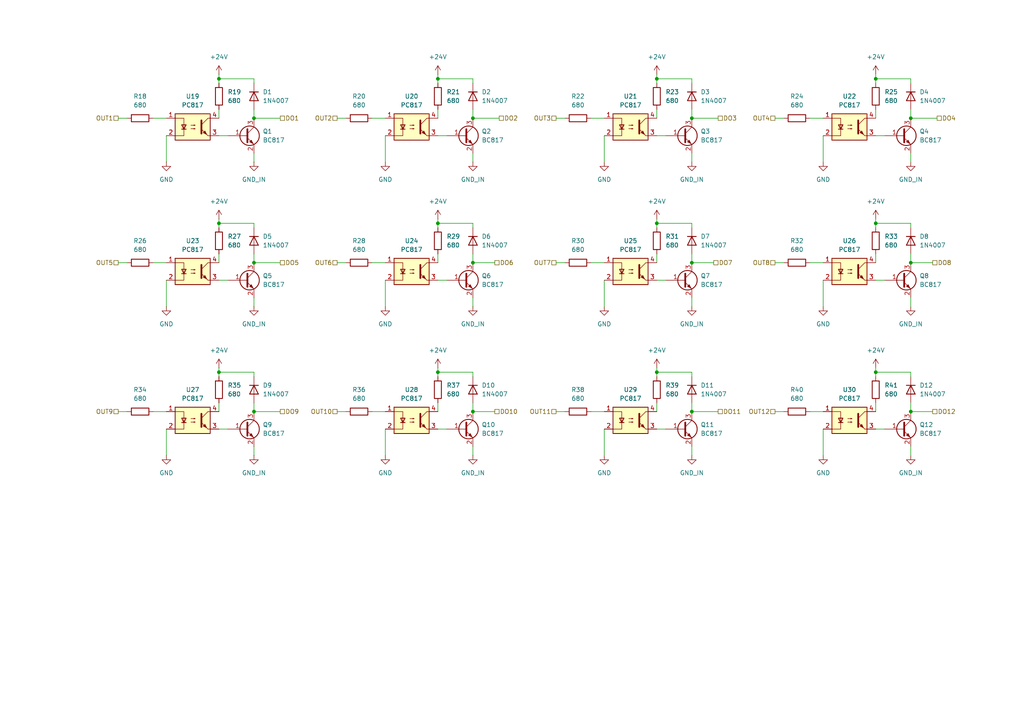
<source format=kicad_sch>
(kicad_sch (version 20231120) (generator "eeschema") (generator_version "8.0")
  (paper "A4")
  (lib_symbols
    (symbol "Device:R" (pin_numbers hide) (pin_names (offset 0))
      (property "Reference" "R" (at 2.032 0 90))
      (property "Value" "R" (at 0 0 90))
      (symbol "R_0_1"
        (rectangle (start -1.016 -2.54) (end 1.016 2.54) (stroke (width 0.254)))
      )
      (symbol "R_1_1"
        (pin passive line (at 0 3.81 270) (length 1.27) (name "~") (number "1"))
        (pin passive line (at 0 -3.81 90) (length 1.27) (name "~") (number "2"))
      )
    )
    (symbol "Diode:1N4007" (pin_numbers hide) (pin_names hide)
      (property "Reference" "D" (at 0 2.54 0))
      (property "Value" "1N4007" (at 0 -2.54 0))
      (symbol "1N4007_0_1"
        (polyline (pts (xy -1.27 1.27) (xy -1.27 -1.27)) (stroke (width 0.254)))
        (polyline (pts (xy 1.27 0) (xy -1.27 0)))
        (polyline (pts (xy 1.27 1.27) (xy 1.27 -1.27) (xy -1.27 0) (xy 1.27 1.27)) (stroke (width 0.254)))
      )
      (symbol "1N4007_1_1"
        (pin passive line (at -3.81 0 0) (length 2.54) (name "K") (number "1"))
        (pin passive line (at 3.81 0 180) (length 2.54) (name "A") (number "2"))
      )
    )
    (symbol "Isolator:PC817" (pin_names (offset 1.016))
      (property "Reference" "U" (at -5.08 5.08 0))
      (property "Value" "PC817" (at 0 5.08 0))
      (symbol "PC817_0_1"
        (rectangle (start -5.08 3.81) (end 5.08 -3.81) (stroke (width 0.254)) (fill (type background)))
        (polyline (pts (xy -3.175 -0.635) (xy -1.905 -0.635)) (stroke (width 0.254)))
        (polyline (pts (xy 2.54 0.635) (xy 4.445 2.54)))
        (polyline (pts (xy 4.445 -2.54) (xy 2.54 -0.635)) (fill (type outline)))
        (polyline (pts (xy 4.445 -2.54) (xy 5.08 -2.54)))
        (polyline (pts (xy 4.445 2.54) (xy 5.08 2.54)))
        (polyline (pts (xy -5.08 2.54) (xy -2.54 2.54) (xy -2.54 -0.635)))
        (polyline (pts (xy -2.54 -0.635) (xy -2.54 -2.54) (xy -5.08 -2.54)))
        (polyline (pts (xy 2.54 1.905) (xy 2.54 -1.905) (xy 2.54 -1.905)) (stroke (width 0.508)))
        (polyline (pts (xy -2.54 -0.635) (xy -3.175 0.635) (xy -1.905 0.635) (xy -2.54 -0.635)) (stroke (width 0.254)))
        (polyline (pts (xy -0.508 -0.508) (xy 0.762 -0.508) (xy 0.381 -0.635) (xy 0.381 -0.381) (xy 0.762 -0.508)))
        (polyline (pts (xy -0.508 0.508) (xy 0.762 0.508) (xy 0.381 0.381) (xy 0.381 0.635) (xy 0.762 0.508)))
        (polyline (pts (xy 3.048 -1.651) (xy 3.556 -1.143) (xy 4.064 -2.159) (xy 3.048 -1.651) (xy 3.048 -1.651)) (fill (type outline)))
      )
      (symbol "PC817_1_1"
        (pin passive line (at -7.62 2.54 0) (length 2.54) (name "~") (number "1"))
        (pin passive line (at -7.62 -2.54 0) (length 2.54) (name "~") (number "2"))
        (pin passive line (at 7.62 -2.54 180) (length 2.54) (name "~") (number "3"))
        (pin passive line (at 7.62 2.54 180) (length 2.54) (name "~") (number "4"))
      )
    )
    (symbol "Transistor_BJT:BC817" (pin_names (offset 0) hide)
      (property "Reference" "Q" (at 5.08 1.905 0))
      (property "Value" "BC817" (at 5.08 0 0))
      (symbol "BC817_0_1"
        (polyline (pts (xy 0.635 0.635) (xy 2.54 2.54)))
        (polyline (pts (xy 0.635 -0.635) (xy 2.54 -2.54) (xy 2.54 -2.54)))
        (polyline (pts (xy 0.635 1.905) (xy 0.635 -1.905) (xy 0.635 -1.905)) (stroke (width 0.508)))
        (polyline (pts (xy 1.27 -1.778) (xy 1.778 -1.27) (xy 2.286 -2.286) (xy 1.27 -1.778) (xy 1.27 -1.778)) (fill (type outline)))
        (circle (center 1.27 0) (radius 2.8194) (stroke (width 0.254)))
      )
      (symbol "BC817_1_1"
        (pin input line (at -5.08 0 0) (length 5.715) (name "B") (number "1"))
        (pin passive line (at 2.54 -5.08 90) (length 2.54) (name "E") (number "2"))
        (pin passive line (at 2.54 5.08 270) (length 2.54) (name "C") (number "3"))
      )
    )
    (symbol "power:+24V" (power) (pin_numbers hide) (pin_names (offset 0) hide)
      (property "Value" "+24V" (at 0 3.556 0))
      (symbol "+24V_0_1"
        (polyline (pts (xy -0.762 1.27) (xy 0 2.54)))
        (polyline (pts (xy 0 0) (xy 0 2.54)))
        (polyline (pts (xy 0 2.54) (xy 0.762 1.27)))
      )
      (symbol "+24V_1_1"
        (pin power_in line (at 0 0 90) (length 0) (name "~") (number "1"))
      )
    )
    (symbol "power:GND" (power) (pin_numbers hide) (pin_names (offset 0) hide)
      (property "Value" "GND" (at 0 -3.81 0))
      (symbol "GND_0_1"
        (polyline (pts (xy 0 0) (xy 0 -1.27) (xy 1.27 -1.27) (xy 0 -2.54) (xy -1.27 -1.27) (xy 0 -1.27)))
      )
      (symbol "GND_1_1"
        (pin power_in line (at 0 0 270) (length 0) (name "~") (number "1"))
      )
    )
  )
  (junction (at 63.5 64.77))
  (junction (at 254 64.77))
  (junction (at 73.66 119.38))
  (junction (at 264.16 76.2))
  (junction (at 63.5 107.95))
  (junction (at 190.5 107.95))
  (junction (at 137.16 34.29))
  (junction (at 200.66 119.38))
  (junction (at 264.16 34.29))
  (junction (at 63.5 22.86))
  (junction (at 137.16 76.2))
  (junction (at 73.66 76.2))
  (junction (at 254 107.95))
  (junction (at 73.66 34.29))
  (junction (at 127 22.86))
  (junction (at 190.5 22.86))
  (junction (at 264.16 119.38))
  (junction (at 200.66 76.2))
  (junction (at 254 22.86))
  (junction (at 200.66 34.29))
  (junction (at 190.5 64.77))
  (junction (at 127 107.95))
  (junction (at 127 64.77))
  (junction (at 137.16 119.38))
  (wire (pts (xy 190.5 39.37) (xy 193.04 39.37)))
  (wire (pts (xy 200.66 64.77) (xy 190.5 64.77)))
  (wire (pts (xy 234.95 76.2) (xy 238.76 76.2)))
  (wire (pts (xy 127 73.66) (xy 127 76.2)))
  (wire (pts (xy 207.01 76.2) (xy 200.66 76.2)))
  (wire (pts (xy 200.66 86.36) (xy 200.66 88.9)))
  (wire (pts (xy 81.28 34.29) (xy 73.66 34.29)))
  (wire (pts (xy 190.5 81.28) (xy 193.04 81.28)))
  (wire (pts (xy 137.16 86.36) (xy 137.16 88.9)))
  (wire (pts (xy 200.66 24.13) (xy 200.66 22.86)))
  (wire (pts (xy 127 81.28) (xy 129.54 81.28)))
  (wire (pts (xy 81.28 76.2) (xy 73.66 76.2)))
  (wire (pts (xy 254 116.84) (xy 254 119.38)))
  (wire (pts (xy 254 106.68) (xy 254 107.95)))
  (wire (pts (xy 137.16 24.13) (xy 137.16 22.86)))
  (wire (pts (xy 208.28 34.29) (xy 200.66 34.29)))
  (wire (pts (xy 137.16 107.95) (xy 127 107.95)))
  (wire (pts (xy 190.5 124.46) (xy 193.04 124.46)))
  (wire (pts (xy 137.16 22.86) (xy 127 22.86)))
  (wire (pts (xy 137.16 109.22) (xy 137.16 107.95)))
  (wire (pts (xy 254 81.28) (xy 256.54 81.28)))
  (wire (pts (xy 264.16 31.75) (xy 264.16 34.29)))
  (wire (pts (xy 127 21.59) (xy 127 22.86)))
  (wire (pts (xy 224.79 34.29) (xy 227.33 34.29)))
  (wire (pts (xy 63.5 106.68) (xy 63.5 107.95)))
  (wire (pts (xy 73.66 64.77) (xy 63.5 64.77)))
  (wire (pts (xy 63.5 64.77) (xy 63.5 66.04)))
  (wire (pts (xy 254 63.5) (xy 254 64.77)))
  (wire (pts (xy 48.26 81.28) (xy 48.26 88.9)))
  (wire (pts (xy 137.16 116.84) (xy 137.16 119.38)))
  (wire (pts (xy 200.66 129.54) (xy 200.66 132.08)))
  (wire (pts (xy 144.78 34.29) (xy 137.16 34.29)))
  (wire (pts (xy 63.5 63.5) (xy 63.5 64.77)))
  (wire (pts (xy 127 22.86) (xy 127 24.13)))
  (wire (pts (xy 34.29 119.38) (xy 36.83 119.38)))
  (wire (pts (xy 34.29 34.29) (xy 36.83 34.29)))
  (wire (pts (xy 137.16 73.66) (xy 137.16 76.2)))
  (wire (pts (xy 200.66 116.84) (xy 200.66 119.38)))
  (wire (pts (xy 63.5 81.28) (xy 66.04 81.28)))
  (wire (pts (xy 200.66 66.04) (xy 200.66 64.77)))
  (wire (pts (xy 97.79 34.29) (xy 100.33 34.29)))
  (wire (pts (xy 44.45 76.2) (xy 48.26 76.2)))
  (wire (pts (xy 73.66 31.75) (xy 73.66 34.29)))
  (wire (pts (xy 73.66 44.45) (xy 73.66 46.99)))
  (wire (pts (xy 254 64.77) (xy 254 66.04)))
  (wire (pts (xy 143.51 76.2) (xy 137.16 76.2)))
  (wire (pts (xy 264.16 109.22) (xy 264.16 107.95)))
  (wire (pts (xy 161.29 76.2) (xy 163.83 76.2)))
  (wire (pts (xy 34.29 76.2) (xy 36.83 76.2)))
  (wire (pts (xy 73.66 109.22) (xy 73.66 107.95)))
  (wire (pts (xy 161.29 119.38) (xy 163.83 119.38)))
  (wire (pts (xy 127 64.77) (xy 127 66.04)))
  (wire (pts (xy 234.95 119.38) (xy 238.76 119.38)))
  (wire (pts (xy 175.26 124.46) (xy 175.26 132.08)))
  (wire (pts (xy 264.16 73.66) (xy 264.16 76.2)))
  (wire (pts (xy 73.66 24.13) (xy 73.66 22.86)))
  (wire (pts (xy 190.5 31.75) (xy 190.5 34.29)))
  (wire (pts (xy 190.5 64.77) (xy 190.5 66.04)))
  (wire (pts (xy 127 39.37) (xy 129.54 39.37)))
  (wire (pts (xy 143.51 119.38) (xy 137.16 119.38)))
  (wire (pts (xy 254 21.59) (xy 254 22.86)))
  (wire (pts (xy 238.76 81.28) (xy 238.76 88.9)))
  (wire (pts (xy 171.45 34.29) (xy 175.26 34.29)))
  (wire (pts (xy 190.5 22.86) (xy 190.5 24.13)))
  (wire (pts (xy 271.78 34.29) (xy 264.16 34.29)))
  (wire (pts (xy 208.28 119.38) (xy 200.66 119.38)))
  (wire (pts (xy 107.95 119.38) (xy 111.76 119.38)))
  (wire (pts (xy 63.5 124.46) (xy 66.04 124.46)))
  (wire (pts (xy 175.26 39.37) (xy 175.26 46.99)))
  (wire (pts (xy 270.51 76.2) (xy 264.16 76.2)))
  (wire (pts (xy 264.16 44.45) (xy 264.16 46.99)))
  (wire (pts (xy 137.16 31.75) (xy 137.16 34.29)))
  (wire (pts (xy 63.5 73.66) (xy 63.5 76.2)))
  (wire (pts (xy 264.16 66.04) (xy 264.16 64.77)))
  (wire (pts (xy 264.16 24.13) (xy 264.16 22.86)))
  (wire (pts (xy 238.76 39.37) (xy 238.76 46.99)))
  (wire (pts (xy 44.45 34.29) (xy 48.26 34.29)))
  (wire (pts (xy 97.79 119.38) (xy 100.33 119.38)))
  (wire (pts (xy 254 31.75) (xy 254 34.29)))
  (wire (pts (xy 264.16 64.77) (xy 254 64.77)))
  (wire (pts (xy 127 116.84) (xy 127 119.38)))
  (wire (pts (xy 270.51 119.38) (xy 264.16 119.38)))
  (wire (pts (xy 190.5 73.66) (xy 190.5 76.2)))
  (wire (pts (xy 73.66 129.54) (xy 73.66 132.08)))
  (wire (pts (xy 238.76 124.46) (xy 238.76 132.08)))
  (wire (pts (xy 175.26 81.28) (xy 175.26 88.9)))
  (wire (pts (xy 127 31.75) (xy 127 34.29)))
  (wire (pts (xy 190.5 107.95) (xy 190.5 109.22)))
  (wire (pts (xy 137.16 129.54) (xy 137.16 132.08)))
  (wire (pts (xy 73.66 73.66) (xy 73.66 76.2)))
  (wire (pts (xy 111.76 124.46) (xy 111.76 132.08)))
  (wire (pts (xy 264.16 116.84) (xy 264.16 119.38)))
  (wire (pts (xy 200.66 107.95) (xy 190.5 107.95)))
  (wire (pts (xy 107.95 76.2) (xy 111.76 76.2)))
  (wire (pts (xy 190.5 63.5) (xy 190.5 64.77)))
  (wire (pts (xy 200.66 73.66) (xy 200.66 76.2)))
  (wire (pts (xy 127 124.46) (xy 129.54 124.46)))
  (wire (pts (xy 137.16 66.04) (xy 137.16 64.77)))
  (wire (pts (xy 200.66 22.86) (xy 190.5 22.86)))
  (wire (pts (xy 264.16 22.86) (xy 254 22.86)))
  (wire (pts (xy 190.5 106.68) (xy 190.5 107.95)))
  (wire (pts (xy 190.5 116.84) (xy 190.5 119.38)))
  (wire (pts (xy 73.66 107.95) (xy 63.5 107.95)))
  (wire (pts (xy 200.66 31.75) (xy 200.66 34.29)))
  (wire (pts (xy 63.5 21.59) (xy 63.5 22.86)))
  (wire (pts (xy 127 107.95) (xy 127 109.22)))
  (wire (pts (xy 200.66 109.22) (xy 200.66 107.95)))
  (wire (pts (xy 97.79 76.2) (xy 100.33 76.2)))
  (wire (pts (xy 200.66 44.45) (xy 200.66 46.99)))
  (wire (pts (xy 234.95 34.29) (xy 238.76 34.29)))
  (wire (pts (xy 44.45 119.38) (xy 48.26 119.38)))
  (wire (pts (xy 127 63.5) (xy 127 64.77)))
  (wire (pts (xy 111.76 39.37) (xy 111.76 46.99)))
  (wire (pts (xy 254 39.37) (xy 256.54 39.37)))
  (wire (pts (xy 254 22.86) (xy 254 24.13)))
  (wire (pts (xy 161.29 34.29) (xy 163.83 34.29)))
  (wire (pts (xy 190.5 21.59) (xy 190.5 22.86)))
  (wire (pts (xy 254 124.46) (xy 256.54 124.46)))
  (wire (pts (xy 137.16 64.77) (xy 127 64.77)))
  (wire (pts (xy 81.28 119.38) (xy 73.66 119.38)))
  (wire (pts (xy 224.79 119.38) (xy 227.33 119.38)))
  (wire (pts (xy 264.16 129.54) (xy 264.16 132.08)))
  (wire (pts (xy 63.5 116.84) (xy 63.5 119.38)))
  (wire (pts (xy 171.45 76.2) (xy 175.26 76.2)))
  (wire (pts (xy 171.45 119.38) (xy 175.26 119.38)))
  (wire (pts (xy 63.5 22.86) (xy 63.5 24.13)))
  (wire (pts (xy 73.66 116.84) (xy 73.66 119.38)))
  (wire (pts (xy 127 106.68) (xy 127 107.95)))
  (wire (pts (xy 73.66 86.36) (xy 73.66 88.9)))
  (wire (pts (xy 63.5 39.37) (xy 66.04 39.37)))
  (wire (pts (xy 254 107.95) (xy 254 109.22)))
  (wire (pts (xy 137.16 44.45) (xy 137.16 46.99)))
  (wire (pts (xy 48.26 39.37) (xy 48.26 46.99)))
  (wire (pts (xy 48.26 124.46) (xy 48.26 132.08)))
  (wire (pts (xy 63.5 31.75) (xy 63.5 34.29)))
  (wire (pts (xy 107.95 34.29) (xy 111.76 34.29)))
  (wire (pts (xy 264.16 86.36) (xy 264.16 88.9)))
  (wire (pts (xy 63.5 107.95) (xy 63.5 109.22)))
  (wire (pts (xy 254 73.66) (xy 254 76.2)))
  (wire (pts (xy 73.66 22.86) (xy 63.5 22.86)))
  (wire (pts (xy 264.16 107.95) (xy 254 107.95)))
  (wire (pts (xy 73.66 66.04) (xy 73.66 64.77)))
  (wire (pts (xy 224.79 76.2) (xy 227.33 76.2)))
  (wire (pts (xy 111.76 81.28) (xy 111.76 88.9)))
  (hierarchical_label "OUT10" (shape passive) (at 97.79 119.38 180))
  (hierarchical_label "DO2" (shape passive) (at 144.78 34.29 0))
  (hierarchical_label "OUT5" (shape passive) (at 34.29 76.2 180))
  (hierarchical_label "OUT4" (shape passive) (at 224.79 34.29 180))
  (hierarchical_label "OUT7" (shape passive) (at 161.29 76.2 180))
  (hierarchical_label "DO9" (shape passive) (at 81.28 119.38 0))
  (hierarchical_label "OUT6" (shape passive) (at 97.79 76.2 180))
  (hierarchical_label "DO1" (shape passive) (at 81.28 34.29 0))
  (hierarchical_label "DO11" (shape passive) (at 208.28 119.38 0))
  (hierarchical_label "DO4" (shape passive) (at 271.78 34.29 0))
  (hierarchical_label "DO3" (shape passive) (at 208.28 34.29 0))
  (hierarchical_label "DO10" (shape passive) (at 143.51 119.38 0))
  (hierarchical_label "OUT8" (shape passive) (at 224.79 76.2 180))
  (hierarchical_label "DO7" (shape passive) (at 207.01 76.2 0))
  (hierarchical_label "DO6" (shape passive) (at 143.51 76.2 0))
  (hierarchical_label "DO5" (shape passive) (at 81.28 76.2 0))
  (hierarchical_label "OUT11" (shape passive) (at 161.29 119.38 180))
  (hierarchical_label "DO12" (shape passive) (at 270.51 119.38 0))
  (hierarchical_label "OUT9" (shape passive) (at 34.29 119.38 180))
  (hierarchical_label "DO8" (shape passive) (at 270.51 76.2 0))
  (hierarchical_label "OUT1" (shape passive) (at 34.29 34.29 180))
  (hierarchical_label "OUT2" (shape passive) (at 97.79 34.29 180))
  (hierarchical_label "OUT12" (shape passive) (at 224.79 119.38 180))
  (hierarchical_label "OUT3" (shape passive) (at 161.29 34.29 180))
  (symbol (lib_id "Diode:1N4007") (at 264.16 113.03 270) (unit 1)
    (property "Reference" "D12" (at 266.7 111.7599 90) (effects (justify left)))
    (property "Value" "1N4007" (at 266.7 114.2999 90) (effects (justify left)))
    (property "Footprint" "Diode_SMD:D_SMA_Handsoldering" (effects (hide yes)))
    (property "Datasheet" "http://www.vishay.com/docs/88503/1n4001.pdf" (effects (hide yes)))
    (property "Description" "1000V 1A General Purpose Rectifier Diode, DO-41" (effects (hide yes)))
    (property "Sim.Device" "D" (effects (hide yes)))
    (property "Sim.Pins" "1=K 2=A" (effects (hide yes)))
  )
  (symbol (lib_id "power:GND") (at 137.16 88.9 0) (unit 1)
    (property "Reference" "#PWR056" (effects (hide yes)))
    (property "Value" "GND_IN" (at 137.16 93.98 0))
    (property "Description" "Power symbol creates a global label with name \"GND\" , ground" (effects (hide yes)))
  )
  (symbol (lib_id "Device:R") (at 40.64 119.38 90) (unit 1)
    (property "Reference" "R34" (at 40.64 113.03 90))
    (property "Value" "680" (at 40.64 115.57 90))
    (property "Footprint" "Resistor_SMD:R_0805_2012Metric_Pad1.20x1.40mm_HandSolder" (effects (hide yes)))
    (property "Description" "Resistor" (effects (hide yes)))
  )
  (symbol (lib_id "power:GND") (at 264.16 132.08 0) (unit 1)
    (property "Reference" "#PWR074" (effects (hide yes)))
    (property "Value" "GND_IN" (at 264.16 137.16 0))
    (property "Description" "Power symbol creates a global label with name \"GND\" , ground" (effects (hide yes)))
  )
  (symbol (lib_id "power:GND") (at 73.66 132.08 0) (unit 1)
    (property "Reference" "#PWR065" (effects (hide yes)))
    (property "Value" "GND_IN" (at 73.66 137.16 0))
    (property "Description" "Power symbol creates a global label with name \"GND\" , ground" (effects (hide yes)))
  )
  (symbol (lib_id "power:+24V") (at 63.5 21.59 0) (unit 1)
    (property "Reference" "#PWR0102" (effects (hide yes)))
    (property "Value" "+24V" (at 63.5 16.51 0))
    (property "Description" "Power symbol creates a global label with name \"+24V\"" (effects (hide yes)))
  )
  (symbol (lib_id "Diode:1N4007") (at 200.66 69.85 270) (unit 1)
    (property "Reference" "D7" (at 203.2 68.5799 90) (effects (justify left)))
    (property "Value" "1N4007" (at 203.2 71.1199 90) (effects (justify left)))
    (property "Footprint" "Diode_SMD:D_SMA_Handsoldering" (effects (hide yes)))
    (property "Datasheet" "http://www.vishay.com/docs/88503/1n4001.pdf" (effects (hide yes)))
    (property "Description" "1000V 1A General Purpose Rectifier Diode, DO-41" (effects (hide yes)))
    (property "Sim.Device" "D" (effects (hide yes)))
    (property "Sim.Pins" "1=K 2=A" (effects (hide yes)))
  )
  (symbol (lib_id "Isolator:PC817") (at 55.88 36.83 0) (unit 1)
    (property "Reference" "U19" (at 55.88 27.94 0))
    (property "Value" "PC817" (at 55.88 30.48 0))
    (property "Footprint" "Package_DIP:DIP-4_W7.62mm" (effects (hide yes)))
    (property "Datasheet" "http://www.soselectronic.cz/a_info/resource/d/pc817.pdf" (effects (hide yes)))
    (property "Description" "DC Optocoupler, Vce 35V, CTR 50-300%, DIP-4" (effects (hide yes)))
  )
  (symbol (lib_id "Isolator:PC817") (at 119.38 78.74 0) (unit 1)
    (property "Reference" "U24" (at 119.38 69.85 0))
    (property "Value" "PC817" (at 119.38 72.39 0))
    (property "Footprint" "Package_DIP:DIP-4_W7.62mm" (effects (hide yes)))
    (property "Datasheet" "http://www.soselectronic.cz/a_info/resource/d/pc817.pdf" (effects (hide yes)))
    (property "Description" "DC Optocoupler, Vce 35V, CTR 50-300%, DIP-4" (effects (hide yes)))
  )
  (symbol (lib_id "power:+24V") (at 63.5 63.5 0) (unit 1)
    (property "Reference" "#PWR052" (effects (hide yes)))
    (property "Value" "+24V" (at 63.5 58.42 0))
    (property "Description" "Power symbol creates a global label with name \"+24V\"" (effects (hide yes)))
  )
  (symbol (lib_id "power:+24V") (at 190.5 106.68 0) (unit 1)
    (property "Reference" "#PWR070" (effects (hide yes)))
    (property "Value" "+24V" (at 190.5 101.6 0))
    (property "Description" "Power symbol creates a global label with name \"+24V\"" (effects (hide yes)))
  )
  (symbol (lib_id "Diode:1N4007") (at 73.66 113.03 270) (unit 1)
    (property "Reference" "D9" (at 76.2 111.7599 90) (effects (justify left)))
    (property "Value" "1N4007" (at 76.2 114.2999 90) (effects (justify left)))
    (property "Footprint" "Diode_SMD:D_SMA_Handsoldering" (effects (hide yes)))
    (property "Datasheet" "http://www.vishay.com/docs/88503/1n4001.pdf" (effects (hide yes)))
    (property "Description" "1000V 1A General Purpose Rectifier Diode, DO-41" (effects (hide yes)))
    (property "Sim.Device" "D" (effects (hide yes)))
    (property "Sim.Pins" "1=K 2=A" (effects (hide yes)))
  )
  (symbol (lib_id "Isolator:PC817") (at 55.88 121.92 0) (unit 1)
    (property "Reference" "U27" (at 55.88 113.03 0))
    (property "Value" "PC817" (at 55.88 115.57 0))
    (property "Footprint" "Package_DIP:DIP-4_W7.62mm" (effects (hide yes)))
    (property "Datasheet" "http://www.soselectronic.cz/a_info/resource/d/pc817.pdf" (effects (hide yes)))
    (property "Description" "DC Optocoupler, Vce 35V, CTR 50-300%, DIP-4" (effects (hide yes)))
  )
  (symbol (lib_id "power:GND") (at 175.26 88.9 0) (unit 1)
    (property "Reference" "#PWR057" (effects (hide yes)))
    (property "Value" "GND" (at 175.26 93.98 0))
    (property "Description" "Power symbol creates a global label with name \"GND\" , ground" (effects (hide yes)))
  )
  (symbol (lib_id "Diode:1N4007") (at 200.66 27.94 270) (unit 1)
    (property "Reference" "D3" (at 203.2 26.6699 90) (effects (justify left)))
    (property "Value" "1N4007" (at 203.2 29.2099 90) (effects (justify left)))
    (property "Footprint" "Diode_SMD:D_SMA_Handsoldering" (effects (hide yes)))
    (property "Datasheet" "http://www.vishay.com/docs/88503/1n4001.pdf" (effects (hide yes)))
    (property "Description" "1000V 1A General Purpose Rectifier Diode, DO-41" (effects (hide yes)))
    (property "Sim.Device" "D" (effects (hide yes)))
    (property "Sim.Pins" "1=K 2=A" (effects (hide yes)))
  )
  (symbol (lib_id "power:GND") (at 73.66 88.9 0) (unit 1)
    (property "Reference" "#PWR053" (effects (hide yes)))
    (property "Value" "GND_IN" (at 73.66 93.98 0))
    (property "Description" "Power symbol creates a global label with name \"GND\" , ground" (effects (hide yes)))
  )
  (symbol (lib_id "Isolator:PC817") (at 119.38 121.92 0) (unit 1)
    (property "Reference" "U28" (at 119.38 113.03 0))
    (property "Value" "PC817" (at 119.38 115.57 0))
    (property "Footprint" "Package_DIP:DIP-4_W7.62mm" (effects (hide yes)))
    (property "Datasheet" "http://www.soselectronic.cz/a_info/resource/d/pc817.pdf" (effects (hide yes)))
    (property "Description" "DC Optocoupler, Vce 35V, CTR 50-300%, DIP-4" (effects (hide yes)))
  )
  (symbol (lib_id "Diode:1N4007") (at 264.16 69.85 270) (unit 1)
    (property "Reference" "D8" (at 266.7 68.5799 90) (effects (justify left)))
    (property "Value" "1N4007" (at 266.7 71.1199 90) (effects (justify left)))
    (property "Footprint" "Diode_SMD:D_SMA_Handsoldering" (effects (hide yes)))
    (property "Datasheet" "http://www.vishay.com/docs/88503/1n4001.pdf" (effects (hide yes)))
    (property "Description" "1000V 1A General Purpose Rectifier Diode, DO-41" (effects (hide yes)))
    (property "Sim.Device" "D" (effects (hide yes)))
    (property "Sim.Pins" "1=K 2=A" (effects (hide yes)))
  )
  (symbol (lib_id "power:GND") (at 238.76 132.08 0) (unit 1)
    (property "Reference" "#PWR072" (effects (hide yes)))
    (property "Value" "GND" (at 238.76 137.16 0))
    (property "Description" "Power symbol creates a global label with name \"GND\" , ground" (effects (hide yes)))
  )
  (symbol (lib_id "Transistor_BJT:BC817") (at 71.12 124.46 0) (unit 1)
    (property "Reference" "Q9" (at 76.2 123.1899 0) (effects (justify left)))
    (property "Value" "BC817" (at 76.2 125.7299 0) (effects (justify left)))
    (property "Footprint" "Package_TO_SOT_SMD:SOT-23" (effects (hide yes)))
    (property "Datasheet" "https://www.onsemi.com/pub/Collateral/BC818-D.pdf" (effects (hide yes)))
    (property "Description" "0.8A Ic, 45V Vce, NPN Transistor, SOT-23" (effects (hide yes)))
  )
  (symbol (lib_id "Isolator:PC817") (at 246.38 78.74 0) (unit 1)
    (property "Reference" "U26" (at 246.38 69.85 0))
    (property "Value" "PC817" (at 246.38 72.39 0))
    (property "Footprint" "Package_DIP:DIP-4_W7.62mm" (effects (hide yes)))
    (property "Datasheet" "http://www.soselectronic.cz/a_info/resource/d/pc817.pdf" (effects (hide yes)))
    (property "Description" "DC Optocoupler, Vce 35V, CTR 50-300%, DIP-4" (effects (hide yes)))
  )
  (symbol (lib_id "Transistor_BJT:BC817") (at 261.62 124.46 0) (unit 1)
    (property "Reference" "Q12" (at 266.7 123.1899 0) (effects (justify left)))
    (property "Value" "BC817" (at 266.7 125.7299 0) (effects (justify left)))
    (property "Footprint" "Package_TO_SOT_SMD:SOT-23" (effects (hide yes)))
    (property "Datasheet" "https://www.onsemi.com/pub/Collateral/BC818-D.pdf" (effects (hide yes)))
    (property "Description" "0.8A Ic, 45V Vce, NPN Transistor, SOT-23" (effects (hide yes)))
  )
  (symbol (lib_id "Device:R") (at 127 27.94 180) (unit 1)
    (property "Reference" "R21" (at 129.54 26.6699 0) (effects (justify right)))
    (property "Value" "680" (at 129.54 29.2099 0) (effects (justify right)))
    (property "Footprint" "Resistor_SMD:R_0805_2012Metric_Pad1.20x1.40mm_HandSolder" (effects (hide yes)))
    (property "Description" "Resistor" (effects (hide yes)))
  )
  (symbol (lib_id "power:+24V") (at 63.5 106.68 0) (unit 1)
    (property "Reference" "#PWR064" (effects (hide yes)))
    (property "Value" "+24V" (at 63.5 101.6 0))
    (property "Description" "Power symbol creates a global label with name \"+24V\"" (effects (hide yes)))
  )
  (symbol (lib_id "Device:R") (at 127 113.03 180) (unit 1)
    (property "Reference" "R37" (at 129.54 111.7599 0) (effects (justify right)))
    (property "Value" "680" (at 129.54 114.2999 0) (effects (justify right)))
    (property "Footprint" "Resistor_SMD:R_0805_2012Metric_Pad1.20x1.40mm_HandSolder" (effects (hide yes)))
    (property "Description" "Resistor" (effects (hide yes)))
  )
  (symbol (lib_id "Device:R") (at 231.14 119.38 90) (unit 1)
    (property "Reference" "R40" (at 231.14 113.03 90))
    (property "Value" "680" (at 231.14 115.57 90))
    (property "Footprint" "Resistor_SMD:R_0805_2012Metric_Pad1.20x1.40mm_HandSolder" (effects (hide yes)))
    (property "Description" "Resistor" (effects (hide yes)))
  )
  (symbol (lib_id "Device:R") (at 63.5 69.85 180) (unit 1)
    (property "Reference" "R27" (at 66.04 68.5799 0) (effects (justify right)))
    (property "Value" "680" (at 66.04 71.1199 0) (effects (justify right)))
    (property "Footprint" "Resistor_SMD:R_0805_2012Metric_Pad1.20x1.40mm_HandSolder" (effects (hide yes)))
    (property "Description" "Resistor" (effects (hide yes)))
  )
  (symbol (lib_id "power:+24V") (at 254 21.59 0) (unit 1)
    (property "Reference" "#PWR049" (effects (hide yes)))
    (property "Value" "+24V" (at 254 16.51 0))
    (property "Description" "Power symbol creates a global label with name \"+24V\"" (effects (hide yes)))
  )
  (symbol (lib_id "power:+24V") (at 127 21.59 0) (unit 1)
    (property "Reference" "#PWR043" (effects (hide yes)))
    (property "Value" "+24V" (at 127 16.51 0))
    (property "Description" "Power symbol creates a global label with name \"+24V\"" (effects (hide yes)))
  )
  (symbol (lib_id "power:GND") (at 238.76 88.9 0) (unit 1)
    (property "Reference" "#PWR060" (effects (hide yes)))
    (property "Value" "GND" (at 238.76 93.98 0))
    (property "Description" "Power symbol creates a global label with name \"GND\" , ground" (effects (hide yes)))
  )
  (symbol (lib_id "Device:R") (at 167.64 76.2 90) (unit 1)
    (property "Reference" "R30" (at 167.64 69.85 90))
    (property "Value" "680" (at 167.64 72.39 90))
    (property "Footprint" "Resistor_SMD:R_0805_2012Metric_Pad1.20x1.40mm_HandSolder" (effects (hide yes)))
    (property "Description" "Resistor" (effects (hide yes)))
  )
  (symbol (lib_id "power:GND") (at 137.16 132.08 0) (unit 1)
    (property "Reference" "#PWR068" (effects (hide yes)))
    (property "Value" "GND_IN" (at 137.16 137.16 0))
    (property "Description" "Power symbol creates a global label with name \"GND\" , ground" (effects (hide yes)))
  )
  (symbol (lib_id "power:+24V") (at 254 63.5 0) (unit 1)
    (property "Reference" "#PWR061" (effects (hide yes)))
    (property "Value" "+24V" (at 254 58.42 0))
    (property "Description" "Power symbol creates a global label with name \"+24V\"" (effects (hide yes)))
  )
  (symbol (lib_id "Diode:1N4007") (at 73.66 27.94 270) (unit 1)
    (property "Reference" "D1" (at 76.2 26.6699 90) (effects (justify left)))
    (property "Value" "1N4007" (at 76.2 29.2099 90) (effects (justify left)))
    (property "Footprint" "Diode_SMD:D_SMA_Handsoldering" (effects (hide yes)))
    (property "Datasheet" "http://www.vishay.com/docs/88503/1n4001.pdf" (effects (hide yes)))
    (property "Description" "1000V 1A General Purpose Rectifier Diode, DO-41" (effects (hide yes)))
    (property "Sim.Device" "D" (effects (hide yes)))
    (property "Sim.Pins" "1=K 2=A" (effects (hide yes)))
  )
  (symbol (lib_id "power:GND") (at 200.66 132.08 0) (unit 1)
    (property "Reference" "#PWR071" (effects (hide yes)))
    (property "Value" "GND_IN" (at 200.66 137.16 0))
    (property "Description" "Power symbol creates a global label with name \"GND\" , ground" (effects (hide yes)))
  )
  (symbol (lib_id "Diode:1N4007") (at 73.66 69.85 270) (unit 1)
    (property "Reference" "D5" (at 76.2 68.5799 90) (effects (justify left)))
    (property "Value" "1N4007" (at 76.2 71.1199 90) (effects (justify left)))
    (property "Footprint" "Diode_SMD:D_SMA_Handsoldering" (effects (hide yes)))
    (property "Datasheet" "http://www.vishay.com/docs/88503/1n4001.pdf" (effects (hide yes)))
    (property "Description" "1000V 1A General Purpose Rectifier Diode, DO-41" (effects (hide yes)))
    (property "Sim.Device" "D" (effects (hide yes)))
    (property "Sim.Pins" "1=K 2=A" (effects (hide yes)))
  )
  (symbol (lib_id "Diode:1N4007") (at 200.66 113.03 270) (unit 1)
    (property "Reference" "D11" (at 203.2 111.7599 90) (effects (justify left)))
    (property "Value" "1N4007" (at 203.2 114.2999 90) (effects (justify left)))
    (property "Footprint" "Diode_SMD:D_SMA_Handsoldering" (effects (hide yes)))
    (property "Datasheet" "http://www.vishay.com/docs/88503/1n4001.pdf" (effects (hide yes)))
    (property "Description" "1000V 1A General Purpose Rectifier Diode, DO-41" (effects (hide yes)))
    (property "Sim.Device" "D" (effects (hide yes)))
    (property "Sim.Pins" "1=K 2=A" (effects (hide yes)))
  )
  (symbol (lib_id "Device:R") (at 40.64 76.2 90) (unit 1)
    (property "Reference" "R26" (at 40.64 69.85 90))
    (property "Value" "680" (at 40.64 72.39 90))
    (property "Footprint" "Resistor_SMD:R_0805_2012Metric_Pad1.20x1.40mm_HandSolder" (effects (hide yes)))
    (property "Description" "Resistor" (effects (hide yes)))
  )
  (symbol (lib_id "Transistor_BJT:BC817") (at 261.62 81.28 0) (unit 1)
    (property "Reference" "Q8" (at 266.7 80.0099 0) (effects (justify left)))
    (property "Value" "BC817" (at 266.7 82.5499 0) (effects (justify left)))
    (property "Footprint" "Package_TO_SOT_SMD:SOT-23" (effects (hide yes)))
    (property "Datasheet" "https://www.onsemi.com/pub/Collateral/BC818-D.pdf" (effects (hide yes)))
    (property "Description" "0.8A Ic, 45V Vce, NPN Transistor, SOT-23" (effects (hide yes)))
  )
  (symbol (lib_id "Transistor_BJT:BC817") (at 71.12 39.37 0) (unit 1)
    (property "Reference" "Q1" (at 76.2 38.0999 0) (effects (justify left)))
    (property "Value" "BC817" (at 76.2 40.6399 0) (effects (justify left)))
    (property "Footprint" "Package_TO_SOT_SMD:SOT-23" (effects (hide yes)))
    (property "Datasheet" "https://www.onsemi.com/pub/Collateral/BC818-D.pdf" (effects (hide yes)))
    (property "Description" "0.8A Ic, 45V Vce, NPN Transistor, SOT-23" (effects (hide yes)))
  )
  (symbol (lib_id "power:+24V") (at 190.5 21.59 0) (unit 1)
    (property "Reference" "#PWR046" (effects (hide yes)))
    (property "Value" "+24V" (at 190.5 16.51 0))
    (property "Description" "Power symbol creates a global label with name \"+24V\"" (effects (hide yes)))
  )
  (symbol (lib_id "Isolator:PC817") (at 182.88 121.92 0) (unit 1)
    (property "Reference" "U29" (at 182.88 113.03 0))
    (property "Value" "PC817" (at 182.88 115.57 0))
    (property "Footprint" "Package_DIP:DIP-4_W7.62mm" (effects (hide yes)))
    (property "Datasheet" "http://www.soselectronic.cz/a_info/resource/d/pc817.pdf" (effects (hide yes)))
    (property "Description" "DC Optocoupler, Vce 35V, CTR 50-300%, DIP-4" (effects (hide yes)))
  )
  (symbol (lib_id "power:GND") (at 137.16 46.99 0) (unit 1)
    (property "Reference" "#PWR044" (effects (hide yes)))
    (property "Value" "GND_IN" (at 137.16 52.07 0))
    (property "Description" "Power symbol creates a global label with name \"GND\" , ground" (effects (hide yes)))
  )
  (symbol (lib_id "Device:R") (at 127 69.85 180) (unit 1)
    (property "Reference" "R29" (at 129.54 68.5799 0) (effects (justify right)))
    (property "Value" "680" (at 129.54 71.1199 0) (effects (justify right)))
    (property "Footprint" "Resistor_SMD:R_0805_2012Metric_Pad1.20x1.40mm_HandSolder" (effects (hide yes)))
    (property "Description" "Resistor" (effects (hide yes)))
  )
  (symbol (lib_id "power:GND") (at 264.16 88.9 0) (unit 1)
    (property "Reference" "#PWR062" (effects (hide yes)))
    (property "Value" "GND_IN" (at 264.16 93.98 0))
    (property "Description" "Power symbol creates a global label with name \"GND\" , ground" (effects (hide yes)))
  )
  (symbol (lib_id "power:GND") (at 175.26 46.99 0) (unit 1)
    (property "Reference" "#PWR045" (effects (hide yes)))
    (property "Value" "GND" (at 175.26 52.07 0))
    (property "Description" "Power symbol creates a global label with name \"GND\" , ground" (effects (hide yes)))
  )
  (symbol (lib_id "Device:R") (at 167.64 34.29 90) (unit 1)
    (property "Reference" "R22" (at 167.64 27.94 90))
    (property "Value" "680" (at 167.64 30.48 90))
    (property "Footprint" "Resistor_SMD:R_0805_2012Metric_Pad1.20x1.40mm_HandSolder" (effects (hide yes)))
    (property "Description" "Resistor" (effects (hide yes)))
  )
  (symbol (lib_id "power:GND") (at 73.66 46.99 0) (unit 1)
    (property "Reference" "#PWR0101" (effects (hide yes)))
    (property "Value" "GND_IN" (at 73.66 52.07 0))
    (property "Description" "Power symbol creates a global label with name \"GND\" , ground" (effects (hide yes)))
  )
  (symbol (lib_id "power:GND") (at 111.76 46.99 0) (unit 1)
    (property "Reference" "#PWR042" (effects (hide yes)))
    (property "Value" "GND" (at 111.76 52.07 0))
    (property "Description" "Power symbol creates a global label with name \"GND\" , ground" (effects (hide yes)))
  )
  (symbol (lib_id "Device:R") (at 254 27.94 180) (unit 1)
    (property "Reference" "R25" (at 256.54 26.6699 0) (effects (justify right)))
    (property "Value" "680" (at 256.54 29.2099 0) (effects (justify right)))
    (property "Footprint" "Resistor_SMD:R_0805_2012Metric_Pad1.20x1.40mm_HandSolder" (effects (hide yes)))
    (property "Description" "Resistor" (effects (hide yes)))
  )
  (symbol (lib_id "Device:R") (at 40.64 34.29 90) (unit 1)
    (property "Reference" "R18" (at 40.64 27.94 90))
    (property "Value" "680" (at 40.64 30.48 90))
    (property "Footprint" "Resistor_SMD:R_0805_2012Metric_Pad1.20x1.40mm_HandSolder" (effects (hide yes)))
    (property "Description" "Resistor" (effects (hide yes)))
  )
  (symbol (lib_id "power:+24V") (at 190.5 63.5 0) (unit 1)
    (property "Reference" "#PWR058" (effects (hide yes)))
    (property "Value" "+24V" (at 190.5 58.42 0))
    (property "Description" "Power symbol creates a global label with name \"+24V\"" (effects (hide yes)))
  )
  (symbol (lib_id "Isolator:PC817") (at 182.88 36.83 0) (unit 1)
    (property "Reference" "U21" (at 182.88 27.94 0))
    (property "Value" "PC817" (at 182.88 30.48 0))
    (property "Footprint" "Package_DIP:DIP-4_W7.62mm" (effects (hide yes)))
    (property "Datasheet" "http://www.soselectronic.cz/a_info/resource/d/pc817.pdf" (effects (hide yes)))
    (property "Description" "DC Optocoupler, Vce 35V, CTR 50-300%, DIP-4" (effects (hide yes)))
  )
  (symbol (lib_id "Device:R") (at 254 113.03 180) (unit 1)
    (property "Reference" "R41" (at 256.54 111.7599 0) (effects (justify right)))
    (property "Value" "680" (at 256.54 114.2999 0) (effects (justify right)))
    (property "Footprint" "Resistor_SMD:R_0805_2012Metric_Pad1.20x1.40mm_HandSolder" (effects (hide yes)))
    (property "Description" "Resistor" (effects (hide yes)))
  )
  (symbol (lib_id "power:GND") (at 175.26 132.08 0) (unit 1)
    (property "Reference" "#PWR069" (effects (hide yes)))
    (property "Value" "GND" (at 175.26 137.16 0))
    (property "Description" "Power symbol creates a global label with name \"GND\" , ground" (effects (hide yes)))
  )
  (symbol (lib_id "power:GND") (at 238.76 46.99 0) (unit 1)
    (property "Reference" "#PWR048" (effects (hide yes)))
    (property "Value" "GND" (at 238.76 52.07 0))
    (property "Description" "Power symbol creates a global label with name \"GND\" , ground" (effects (hide yes)))
  )
  (symbol (lib_id "Isolator:PC817") (at 55.88 78.74 0) (unit 1)
    (property "Reference" "U23" (at 55.88 69.85 0))
    (property "Value" "PC817" (at 55.88 72.39 0))
    (property "Footprint" "Package_DIP:DIP-4_W7.62mm" (effects (hide yes)))
    (property "Datasheet" "http://www.soselectronic.cz/a_info/resource/d/pc817.pdf" (effects (hide yes)))
    (property "Description" "DC Optocoupler, Vce 35V, CTR 50-300%, DIP-4" (effects (hide yes)))
  )
  (symbol (lib_id "power:GND") (at 48.26 46.99 0) (unit 1)
    (property "Reference" "#PWR0103" (effects (hide yes)))
    (property "Value" "GND" (at 48.26 52.07 0))
    (property "Description" "Power symbol creates a global label with name \"GND\" , ground" (effects (hide yes)))
  )
  (symbol (lib_id "Device:R") (at 231.14 76.2 90) (unit 1)
    (property "Reference" "R32" (at 231.14 69.85 90))
    (property "Value" "680" (at 231.14 72.39 90))
    (property "Footprint" "Resistor_SMD:R_0805_2012Metric_Pad1.20x1.40mm_HandSolder" (effects (hide yes)))
    (property "Description" "Resistor" (effects (hide yes)))
  )
  (symbol (lib_id "power:GND") (at 111.76 132.08 0) (unit 1)
    (property "Reference" "#PWR066" (effects (hide yes)))
    (property "Value" "GND" (at 111.76 137.16 0))
    (property "Description" "Power symbol creates a global label with name \"GND\" , ground" (effects (hide yes)))
  )
  (symbol (lib_id "Device:R") (at 63.5 27.94 180) (unit 1)
    (property "Reference" "R19" (at 66.04 26.6699 0) (effects (justify right)))
    (property "Value" "680" (at 66.04 29.2099 0) (effects (justify right)))
    (property "Footprint" "Resistor_SMD:R_0805_2012Metric_Pad1.20x1.40mm_HandSolder" (effects (hide yes)))
    (property "Description" "Resistor" (effects (hide yes)))
  )
  (symbol (lib_id "power:GND") (at 111.76 88.9 0) (unit 1)
    (property "Reference" "#PWR054" (effects (hide yes)))
    (property "Value" "GND" (at 111.76 93.98 0))
    (property "Description" "Power symbol creates a global label with name \"GND\" , ground" (effects (hide yes)))
  )
  (symbol (lib_id "Isolator:PC817") (at 246.38 36.83 0) (unit 1)
    (property "Reference" "U22" (at 246.38 27.94 0))
    (property "Value" "PC817" (at 246.38 30.48 0))
    (property "Footprint" "Package_DIP:DIP-4_W7.62mm" (effects (hide yes)))
    (property "Datasheet" "http://www.soselectronic.cz/a_info/resource/d/pc817.pdf" (effects (hide yes)))
    (property "Description" "DC Optocoupler, Vce 35V, CTR 50-300%, DIP-4" (effects (hide yes)))
  )
  (symbol (lib_id "power:GND") (at 48.26 88.9 0) (unit 1)
    (property "Reference" "#PWR051" (effects (hide yes)))
    (property "Value" "GND" (at 48.26 93.98 0))
    (property "Description" "Power symbol creates a global label with name \"GND\" , ground" (effects (hide yes)))
  )
  (symbol (lib_id "Isolator:PC817") (at 119.38 36.83 0) (unit 1)
    (property "Reference" "U20" (at 119.38 27.94 0))
    (property "Value" "PC817" (at 119.38 30.48 0))
    (property "Footprint" "Package_DIP:DIP-4_W7.62mm" (effects (hide yes)))
    (property "Datasheet" "http://www.soselectronic.cz/a_info/resource/d/pc817.pdf" (effects (hide yes)))
    (property "Description" "DC Optocoupler, Vce 35V, CTR 50-300%, DIP-4" (effects (hide yes)))
  )
  (symbol (lib_id "Isolator:PC817") (at 182.88 78.74 0) (unit 1)
    (property "Reference" "U25" (at 182.88 69.85 0))
    (property "Value" "PC817" (at 182.88 72.39 0))
    (property "Footprint" "Package_DIP:DIP-4_W7.62mm" (effects (hide yes)))
    (property "Datasheet" "http://www.soselectronic.cz/a_info/resource/d/pc817.pdf" (effects (hide yes)))
    (property "Description" "DC Optocoupler, Vce 35V, CTR 50-300%, DIP-4" (effects (hide yes)))
  )
  (symbol (lib_id "Device:R") (at 104.14 119.38 90) (unit 1)
    (property "Reference" "R36" (at 104.14 113.03 90))
    (property "Value" "680" (at 104.14 115.57 90))
    (property "Footprint" "Resistor_SMD:R_0805_2012Metric_Pad1.20x1.40mm_HandSolder" (effects (hide yes)))
    (property "Description" "Resistor" (effects (hide yes)))
  )
  (symbol (lib_id "Isolator:PC817") (at 246.38 121.92 0) (unit 1)
    (property "Reference" "U30" (at 246.38 113.03 0))
    (property "Value" "PC817" (at 246.38 115.57 0))
    (property "Footprint" "Package_DIP:DIP-4_W7.62mm" (effects (hide yes)))
    (property "Datasheet" "http://www.soselectronic.cz/a_info/resource/d/pc817.pdf" (effects (hide yes)))
    (property "Description" "DC Optocoupler, Vce 35V, CTR 50-300%, DIP-4" (effects (hide yes)))
  )
  (symbol (lib_id "power:GND") (at 48.26 132.08 0) (unit 1)
    (property "Reference" "#PWR063" (effects (hide yes)))
    (property "Value" "GND" (at 48.26 137.16 0))
    (property "Description" "Power symbol creates a global label with name \"GND\" , ground" (effects (hide yes)))
  )
  (symbol (lib_id "Device:R") (at 231.14 34.29 90) (unit 1)
    (property "Reference" "R24" (at 231.14 27.94 90))
    (property "Value" "680" (at 231.14 30.48 90))
    (property "Footprint" "Resistor_SMD:R_0805_2012Metric_Pad1.20x1.40mm_HandSolder" (effects (hide yes)))
    (property "Description" "Resistor" (effects (hide yes)))
  )
  (symbol (lib_id "Diode:1N4007") (at 137.16 69.85 270) (unit 1)
    (property "Reference" "D6" (at 139.7 68.5799 90) (effects (justify left)))
    (property "Value" "1N4007" (at 139.7 71.1199 90) (effects (justify left)))
    (property "Footprint" "Diode_SMD:D_SMA_Handsoldering" (effects (hide yes)))
    (property "Datasheet" "http://www.vishay.com/docs/88503/1n4001.pdf" (effects (hide yes)))
    (property "Description" "1000V 1A General Purpose Rectifier Diode, DO-41" (effects (hide yes)))
    (property "Sim.Device" "D" (effects (hide yes)))
    (property "Sim.Pins" "1=K 2=A" (effects (hide yes)))
  )
  (symbol (lib_id "power:+24V") (at 254 106.68 0) (unit 1)
    (property "Reference" "#PWR073" (effects (hide yes)))
    (property "Value" "+24V" (at 254 101.6 0))
    (property "Description" "Power symbol creates a global label with name \"+24V\"" (effects (hide yes)))
  )
  (symbol (lib_id "Transistor_BJT:BC817") (at 134.62 124.46 0) (unit 1)
    (property "Reference" "Q10" (at 139.7 123.1899 0) (effects (justify left)))
    (property "Value" "BC817" (at 139.7 125.7299 0) (effects (justify left)))
    (property "Footprint" "Package_TO_SOT_SMD:SOT-23" (effects (hide yes)))
    (property "Datasheet" "https://www.onsemi.com/pub/Collateral/BC818-D.pdf" (effects (hide yes)))
    (property "Description" "0.8A Ic, 45V Vce, NPN Transistor, SOT-23" (effects (hide yes)))
  )
  (symbol (lib_id "Diode:1N4007") (at 137.16 27.94 270) (unit 1)
    (property "Reference" "D2" (at 139.7 26.6699 90) (effects (justify left)))
    (property "Value" "1N4007" (at 139.7 29.2099 90) (effects (justify left)))
    (property "Footprint" "Diode_SMD:D_SMA_Handsoldering" (effects (hide yes)))
    (property "Datasheet" "http://www.vishay.com/docs/88503/1n4001.pdf" (effects (hide yes)))
    (property "Description" "1000V 1A General Purpose Rectifier Diode, DO-41" (effects (hide yes)))
    (property "Sim.Device" "D" (effects (hide yes)))
    (property "Sim.Pins" "1=K 2=A" (effects (hide yes)))
  )
  (symbol (lib_id "Transistor_BJT:BC817") (at 71.12 81.28 0) (unit 1)
    (property "Reference" "Q5" (at 76.2 80.0099 0) (effects (justify left)))
    (property "Value" "BC817" (at 76.2 82.5499 0) (effects (justify left)))
    (property "Footprint" "Package_TO_SOT_SMD:SOT-23" (effects (hide yes)))
    (property "Datasheet" "https://www.onsemi.com/pub/Collateral/BC818-D.pdf" (effects (hide yes)))
    (property "Description" "0.8A Ic, 45V Vce, NPN Transistor, SOT-23" (effects (hide yes)))
  )
  (symbol (lib_id "Device:R") (at 190.5 27.94 180) (unit 1)
    (property "Reference" "R23" (at 193.04 26.6699 0) (effects (justify right)))
    (property "Value" "680" (at 193.04 29.2099 0) (effects (justify right)))
    (property "Footprint" "Resistor_SMD:R_0805_2012Metric_Pad1.20x1.40mm_HandSolder" (effects (hide yes)))
    (property "Description" "Resistor" (effects (hide yes)))
  )
  (symbol (lib_id "Diode:1N4007") (at 264.16 27.94 270) (unit 1)
    (property "Reference" "D4" (at 266.7 26.6699 90) (effects (justify left)))
    (property "Value" "1N4007" (at 266.7 29.2099 90) (effects (justify left)))
    (property "Footprint" "Diode_SMD:D_SMA_Handsoldering" (effects (hide yes)))
    (property "Datasheet" "http://www.vishay.com/docs/88503/1n4001.pdf" (effects (hide yes)))
    (property "Description" "1000V 1A General Purpose Rectifier Diode, DO-41" (effects (hide yes)))
    (property "Sim.Device" "D" (effects (hide yes)))
    (property "Sim.Pins" "1=K 2=A" (effects (hide yes)))
  )
  (symbol (lib_id "Device:R") (at 63.5 113.03 180) (unit 1)
    (property "Reference" "R35" (at 66.04 111.7599 0) (effects (justify right)))
    (property "Value" "680" (at 66.04 114.2999 0) (effects (justify right)))
    (property "Footprint" "Resistor_SMD:R_0805_2012Metric_Pad1.20x1.40mm_HandSolder" (effects (hide yes)))
    (property "Description" "Resistor" (effects (hide yes)))
  )
  (symbol (lib_id "power:+24V") (at 127 106.68 0) (unit 1)
    (property "Reference" "#PWR067" (effects (hide yes)))
    (property "Value" "+24V" (at 127 101.6 0))
    (property "Description" "Power symbol creates a global label with name \"+24V\"" (effects (hide yes)))
  )
  (symbol (lib_id "Transistor_BJT:BC817") (at 134.62 81.28 0) (unit 1)
    (property "Reference" "Q6" (at 139.7 80.0099 0) (effects (justify left)))
    (property "Value" "BC817" (at 139.7 82.5499 0) (effects (justify left)))
    (property "Footprint" "Package_TO_SOT_SMD:SOT-23" (effects (hide yes)))
    (property "Datasheet" "https://www.onsemi.com/pub/Collateral/BC818-D.pdf" (effects (hide yes)))
    (property "Description" "0.8A Ic, 45V Vce, NPN Transistor, SOT-23" (effects (hide yes)))
  )
  (symbol (lib_id "Diode:1N4007") (at 137.16 113.03 270) (unit 1)
    (property "Reference" "D10" (at 139.7 111.7599 90) (effects (justify left)))
    (property "Value" "1N4007" (at 139.7 114.2999 90) (effects (justify left)))
    (property "Footprint" "Diode_SMD:D_SMA_Handsoldering" (effects (hide yes)))
    (property "Datasheet" "http://www.vishay.com/docs/88503/1n4001.pdf" (effects (hide yes)))
    (property "Description" "1000V 1A General Purpose Rectifier Diode, DO-41" (effects (hide yes)))
    (property "Sim.Device" "D" (effects (hide yes)))
    (property "Sim.Pins" "1=K 2=A" (effects (hide yes)))
  )
  (symbol (lib_id "Transistor_BJT:BC817") (at 198.12 39.37 0) (unit 1)
    (property "Reference" "Q3" (at 203.2 38.0999 0) (effects (justify left)))
    (property "Value" "BC817" (at 203.2 40.6399 0) (effects (justify left)))
    (property "Footprint" "Package_TO_SOT_SMD:SOT-23" (effects (hide yes)))
    (property "Datasheet" "https://www.onsemi.com/pub/Collateral/BC818-D.pdf" (effects (hide yes)))
    (property "Description" "0.8A Ic, 45V Vce, NPN Transistor, SOT-23" (effects (hide yes)))
  )
  (symbol (lib_id "Transistor_BJT:BC817") (at 198.12 81.28 0) (unit 1)
    (property "Reference" "Q7" (at 203.2 80.0099 0) (effects (justify left)))
    (property "Value" "BC817" (at 203.2 82.5499 0) (effects (justify left)))
    (property "Footprint" "Package_TO_SOT_SMD:SOT-23" (effects (hide yes)))
    (property "Datasheet" "https://www.onsemi.com/pub/Collateral/BC818-D.pdf" (effects (hide yes)))
    (property "Description" "0.8A Ic, 45V Vce, NPN Transistor, SOT-23" (effects (hide yes)))
  )
  (symbol (lib_id "power:+24V") (at 127 63.5 0) (unit 1)
    (property "Reference" "#PWR055" (effects (hide yes)))
    (property "Value" "+24V" (at 127 58.42 0))
    (property "Description" "Power symbol creates a global label with name \"+24V\"" (effects (hide yes)))
  )
  (symbol (lib_id "Device:R") (at 190.5 69.85 180) (unit 1)
    (property "Reference" "R31" (at 193.04 68.5799 0) (effects (justify right)))
    (property "Value" "680" (at 193.04 71.1199 0) (effects (justify right)))
    (property "Footprint" "Resistor_SMD:R_0805_2012Metric_Pad1.20x1.40mm_HandSolder" (effects (hide yes)))
    (property "Description" "Resistor" (effects (hide yes)))
  )
  (symbol (lib_id "Device:R") (at 104.14 76.2 90) (unit 1)
    (property "Reference" "R28" (at 104.14 69.85 90))
    (property "Value" "680" (at 104.14 72.39 90))
    (property "Footprint" "Resistor_SMD:R_0805_2012Metric_Pad1.20x1.40mm_HandSolder" (effects (hide yes)))
    (property "Description" "Resistor" (effects (hide yes)))
  )
  (symbol (lib_id "Device:R") (at 167.64 119.38 90) (unit 1)
    (property "Reference" "R38" (at 167.64 113.03 90))
    (property "Value" "680" (at 167.64 115.57 90))
    (property "Footprint" "Resistor_SMD:R_0805_2012Metric_Pad1.20x1.40mm_HandSolder" (effects (hide yes)))
    (property "Description" "Resistor" (effects (hide yes)))
  )
  (symbol (lib_id "Device:R") (at 254 69.85 180) (unit 1)
    (property "Reference" "R33" (at 256.54 68.5799 0) (effects (justify right)))
    (property "Value" "680" (at 256.54 71.1199 0) (effects (justify right)))
    (property "Footprint" "Resistor_SMD:R_0805_2012Metric_Pad1.20x1.40mm_HandSolder" (effects (hide yes)))
    (property "Description" "Resistor" (effects (hide yes)))
  )
  (symbol (lib_id "power:GND") (at 200.66 46.99 0) (unit 1)
    (property "Reference" "#PWR047" (effects (hide yes)))
    (property "Value" "GND_IN" (at 200.66 52.07 0))
    (property "Description" "Power symbol creates a global label with name \"GND\" , ground" (effects (hide yes)))
  )
  (symbol (lib_id "Device:R") (at 104.14 34.29 90) (unit 1)
    (property "Reference" "R20" (at 104.14 27.94 90))
    (property "Value" "680" (at 104.14 30.48 90))
    (property "Footprint" "Resistor_SMD:R_0805_2012Metric_Pad1.20x1.40mm_HandSolder" (effects (hide yes)))
    (property "Description" "Resistor" (effects (hide yes)))
  )
  (symbol (lib_id "Transistor_BJT:BC817") (at 261.62 39.37 0) (unit 1)
    (property "Reference" "Q4" (at 266.7 38.0999 0) (effects (justify left)))
    (property "Value" "BC817" (at 266.7 40.6399 0) (effects (justify left)))
    (property "Footprint" "Package_TO_SOT_SMD:SOT-23" (effects (hide yes)))
    (property "Datasheet" "https://www.onsemi.com/pub/Collateral/BC818-D.pdf" (effects (hide yes)))
    (property "Description" "0.8A Ic, 45V Vce, NPN Transistor, SOT-23" (effects (hide yes)))
  )
  (symbol (lib_id "Device:R") (at 190.5 113.03 180) (unit 1)
    (property "Reference" "R39" (at 193.04 111.7599 0) (effects (justify right)))
    (property "Value" "680" (at 193.04 114.2999 0) (effects (justify right)))
    (property "Footprint" "Resistor_SMD:R_0805_2012Metric_Pad1.20x1.40mm_HandSolder" (effects (hide yes)))
    (property "Description" "Resistor" (effects (hide yes)))
  )
  (symbol (lib_id "power:GND") (at 200.66 88.9 0) (unit 1)
    (property "Reference" "#PWR059" (effects (hide yes)))
    (property "Value" "GND_IN" (at 200.66 93.98 0))
    (property "Description" "Power symbol creates a global label with name \"GND\" , ground" (effects (hide yes)))
  )
  (symbol (lib_id "Transistor_BJT:BC817") (at 198.12 124.46 0) (unit 1)
    (property "Reference" "Q11" (at 203.2 123.1899 0) (effects (justify left)))
    (property "Value" "BC817" (at 203.2 125.7299 0) (effects (justify left)))
    (property "Footprint" "Package_TO_SOT_SMD:SOT-23" (effects (hide yes)))
    (property "Datasheet" "https://www.onsemi.com/pub/Collateral/BC818-D.pdf" (effects (hide yes)))
    (property "Description" "0.8A Ic, 45V Vce, NPN Transistor, SOT-23" (effects (hide yes)))
  )
  (symbol (lib_id "power:GND") (at 264.16 46.99 0) (unit 1)
    (property "Reference" "#PWR050" (effects (hide yes)))
    (property "Value" "GND_IN" (at 264.16 52.07 0))
    (property "Description" "Power symbol creates a global label with name \"GND\" , ground" (effects (hide yes)))
  )
  (symbol (lib_id "Transistor_BJT:BC817") (at 134.62 39.37 0) (unit 1)
    (property "Reference" "Q2" (at 139.7 38.0999 0) (effects (justify left)))
    (property "Value" "BC817" (at 139.7 40.6399 0) (effects (justify left)))
    (property "Footprint" "Package_TO_SOT_SMD:SOT-23" (effects (hide yes)))
    (property "Datasheet" "https://www.onsemi.com/pub/Collateral/BC818-D.pdf" (effects (hide yes)))
    (property "Description" "0.8A Ic, 45V Vce, NPN Transistor, SOT-23" (effects (hide yes)))
  )
)
</source>
